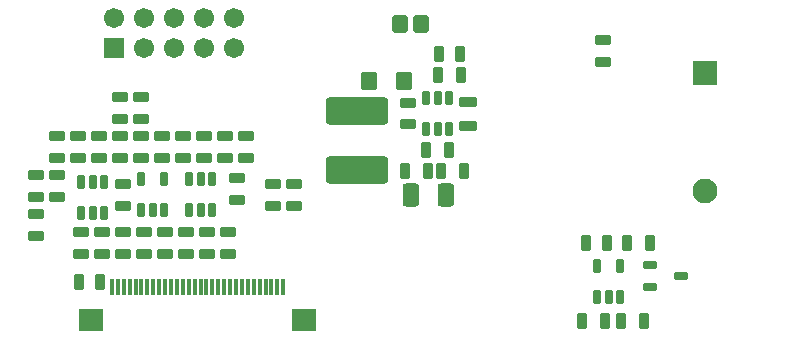
<source format=gts>
G04*
G04 #@! TF.GenerationSoftware,Altium Limited,Altium Designer,20.1.7 (139)*
G04*
G04 Layer_Color=8388736*
%FSLAX25Y25*%
%MOIN*%
G70*
G04*
G04 #@! TF.SameCoordinates,05879739-44A9-4934-95FB-35F445BD12AF*
G04*
G04*
G04 #@! TF.FilePolarity,Negative*
G04*
G01*
G75*
%ADD10R,0.08274X0.07487*%
%ADD11R,0.01581X0.05518*%
G04:AMPARAMS|DCode=12|XSize=27.62mil|YSize=47.31mil|CornerRadius=4.36mil|HoleSize=0mil|Usage=FLASHONLY|Rotation=180.000|XOffset=0mil|YOffset=0mil|HoleType=Round|Shape=RoundedRectangle|*
%AMROUNDEDRECTD12*
21,1,0.02762,0.03858,0,0,180.0*
21,1,0.01890,0.04731,0,0,180.0*
1,1,0.00872,-0.00945,0.01929*
1,1,0.00872,0.00945,0.01929*
1,1,0.00872,0.00945,-0.01929*
1,1,0.00872,-0.00945,-0.01929*
%
%ADD12ROUNDEDRECTD12*%
G04:AMPARAMS|DCode=13|XSize=53.21mil|YSize=31.56mil|CornerRadius=4.76mil|HoleSize=0mil|Usage=FLASHONLY|Rotation=0.000|XOffset=0mil|YOffset=0mil|HoleType=Round|Shape=RoundedRectangle|*
%AMROUNDEDRECTD13*
21,1,0.05321,0.02205,0,0,0.0*
21,1,0.04370,0.03156,0,0,0.0*
1,1,0.00951,0.02185,-0.01102*
1,1,0.00951,-0.02185,-0.01102*
1,1,0.00951,-0.02185,0.01102*
1,1,0.00951,0.02185,0.01102*
%
%ADD13ROUNDEDRECTD13*%
G04:AMPARAMS|DCode=14|XSize=53.21mil|YSize=31.56mil|CornerRadius=4.76mil|HoleSize=0mil|Usage=FLASHONLY|Rotation=270.000|XOffset=0mil|YOffset=0mil|HoleType=Round|Shape=RoundedRectangle|*
%AMROUNDEDRECTD14*
21,1,0.05321,0.02205,0,0,270.0*
21,1,0.04370,0.03156,0,0,270.0*
1,1,0.00951,-0.01102,-0.02185*
1,1,0.00951,-0.01102,0.02185*
1,1,0.00951,0.01102,0.02185*
1,1,0.00951,0.01102,-0.02185*
%
%ADD14ROUNDEDRECTD14*%
G04:AMPARAMS|DCode=15|XSize=27.62mil|YSize=47.31mil|CornerRadius=7.91mil|HoleSize=0mil|Usage=FLASHONLY|Rotation=0.000|XOffset=0mil|YOffset=0mil|HoleType=Round|Shape=RoundedRectangle|*
%AMROUNDEDRECTD15*
21,1,0.02762,0.03150,0,0,0.0*
21,1,0.01181,0.04731,0,0,0.0*
1,1,0.01581,0.00591,-0.01575*
1,1,0.01581,-0.00591,-0.01575*
1,1,0.01581,-0.00591,0.01575*
1,1,0.01581,0.00591,0.01575*
%
%ADD15ROUNDEDRECTD15*%
G04:AMPARAMS|DCode=16|XSize=59.12mil|YSize=35.5mil|CornerRadius=5.15mil|HoleSize=0mil|Usage=FLASHONLY|Rotation=180.000|XOffset=0mil|YOffset=0mil|HoleType=Round|Shape=RoundedRectangle|*
%AMROUNDEDRECTD16*
21,1,0.05912,0.02520,0,0,180.0*
21,1,0.04882,0.03550,0,0,180.0*
1,1,0.01030,-0.02441,0.01260*
1,1,0.01030,0.02441,0.01260*
1,1,0.01030,0.02441,-0.01260*
1,1,0.01030,-0.02441,-0.01260*
%
%ADD16ROUNDEDRECTD16*%
G04:AMPARAMS|DCode=17|XSize=59.12mil|YSize=55.18mil|CornerRadius=7.12mil|HoleSize=0mil|Usage=FLASHONLY|Rotation=270.000|XOffset=0mil|YOffset=0mil|HoleType=Round|Shape=RoundedRectangle|*
%AMROUNDEDRECTD17*
21,1,0.05912,0.04095,0,0,270.0*
21,1,0.04488,0.05518,0,0,270.0*
1,1,0.01424,-0.02047,-0.02244*
1,1,0.01424,-0.02047,0.02244*
1,1,0.01424,0.02047,0.02244*
1,1,0.01424,0.02047,-0.02244*
%
%ADD17ROUNDEDRECTD17*%
G04:AMPARAMS|DCode=18|XSize=90.61mil|YSize=208.72mil|CornerRadius=10.66mil|HoleSize=0mil|Usage=FLASHONLY|Rotation=90.000|XOffset=0mil|YOffset=0mil|HoleType=Round|Shape=RoundedRectangle|*
%AMROUNDEDRECTD18*
21,1,0.09061,0.18740,0,0,90.0*
21,1,0.06929,0.20872,0,0,90.0*
1,1,0.02132,0.09370,0.03465*
1,1,0.02132,0.09370,-0.03465*
1,1,0.02132,-0.09370,-0.03465*
1,1,0.02132,-0.09370,0.03465*
%
%ADD18ROUNDEDRECTD18*%
G04:AMPARAMS|DCode=19|XSize=76.84mil|YSize=55.18mil|CornerRadius=9.68mil|HoleSize=0mil|Usage=FLASHONLY|Rotation=270.000|XOffset=0mil|YOffset=0mil|HoleType=Round|Shape=RoundedRectangle|*
%AMROUNDEDRECTD19*
21,1,0.07684,0.03583,0,0,270.0*
21,1,0.05748,0.05518,0,0,270.0*
1,1,0.01935,-0.01791,-0.02874*
1,1,0.01935,-0.01791,0.02874*
1,1,0.01935,0.01791,0.02874*
1,1,0.01935,0.01791,-0.02874*
%
%ADD19ROUNDEDRECTD19*%
G04:AMPARAMS|DCode=20|XSize=53.21mil|YSize=35.5mil|CornerRadius=5.15mil|HoleSize=0mil|Usage=FLASHONLY|Rotation=90.000|XOffset=0mil|YOffset=0mil|HoleType=Round|Shape=RoundedRectangle|*
%AMROUNDEDRECTD20*
21,1,0.05321,0.02520,0,0,90.0*
21,1,0.04291,0.03550,0,0,90.0*
1,1,0.01030,0.01260,0.02146*
1,1,0.01030,0.01260,-0.02146*
1,1,0.01030,-0.01260,-0.02146*
1,1,0.01030,-0.01260,0.02146*
%
%ADD20ROUNDEDRECTD20*%
G04:AMPARAMS|DCode=21|XSize=61.09mil|YSize=53.21mil|CornerRadius=11.84mil|HoleSize=0mil|Usage=FLASHONLY|Rotation=90.000|XOffset=0mil|YOffset=0mil|HoleType=Round|Shape=RoundedRectangle|*
%AMROUNDEDRECTD21*
21,1,0.06109,0.02953,0,0,90.0*
21,1,0.03740,0.05321,0,0,90.0*
1,1,0.02368,0.01476,0.01870*
1,1,0.02368,0.01476,-0.01870*
1,1,0.02368,-0.01476,-0.01870*
1,1,0.02368,-0.01476,0.01870*
%
%ADD21ROUNDEDRECTD21*%
G04:AMPARAMS|DCode=22|XSize=27.62mil|YSize=47.31mil|CornerRadius=4.36mil|HoleSize=0mil|Usage=FLASHONLY|Rotation=90.000|XOffset=0mil|YOffset=0mil|HoleType=Round|Shape=RoundedRectangle|*
%AMROUNDEDRECTD22*
21,1,0.02762,0.03858,0,0,90.0*
21,1,0.01890,0.04731,0,0,90.0*
1,1,0.00872,0.01929,0.00945*
1,1,0.00872,0.01929,-0.00945*
1,1,0.00872,-0.01929,-0.00945*
1,1,0.00872,-0.01929,0.00945*
%
%ADD22ROUNDEDRECTD22*%
G04:AMPARAMS|DCode=23|XSize=53.21mil|YSize=35.5mil|CornerRadius=5.15mil|HoleSize=0mil|Usage=FLASHONLY|Rotation=180.000|XOffset=0mil|YOffset=0mil|HoleType=Round|Shape=RoundedRectangle|*
%AMROUNDEDRECTD23*
21,1,0.05321,0.02520,0,0,180.0*
21,1,0.04291,0.03550,0,0,180.0*
1,1,0.01030,-0.02146,0.01260*
1,1,0.01030,0.02146,0.01260*
1,1,0.01030,0.02146,-0.01260*
1,1,0.01030,-0.02146,-0.01260*
%
%ADD23ROUNDEDRECTD23*%
%ADD24C,0.08274*%
G04:AMPARAMS|DCode=25|XSize=82.74mil|YSize=82.74mil|CornerRadius=9.87mil|HoleSize=0mil|Usage=FLASHONLY|Rotation=270.000|XOffset=0mil|YOffset=0mil|HoleType=Round|Shape=RoundedRectangle|*
%AMROUNDEDRECTD25*
21,1,0.08274,0.06299,0,0,270.0*
21,1,0.06299,0.08274,0,0,270.0*
1,1,0.01975,-0.03150,-0.03150*
1,1,0.01975,-0.03150,0.03150*
1,1,0.01975,0.03150,0.03150*
1,1,0.01975,0.03150,-0.03150*
%
%ADD25ROUNDEDRECTD25*%
%ADD26R,0.06699X0.06699*%
%ADD27C,0.06699*%
%ADD28C,0.00400*%
D10*
X110630Y14362D02*
D03*
X39370D02*
D03*
D11*
X89764Y25189D02*
D03*
X87795D02*
D03*
X85827D02*
D03*
X83858D02*
D03*
X75984D02*
D03*
X74016D02*
D03*
X72047D02*
D03*
X70079D02*
D03*
X68110D02*
D03*
X66142D02*
D03*
X64173D02*
D03*
X58268D02*
D03*
X56299D02*
D03*
X54331D02*
D03*
X52362D02*
D03*
X50394D02*
D03*
X48425D02*
D03*
X46457D02*
D03*
X60236D02*
D03*
X62205D02*
D03*
X77953D02*
D03*
X79921D02*
D03*
X81890D02*
D03*
X91732D02*
D03*
X93701D02*
D03*
X95669D02*
D03*
X97638D02*
D03*
X99606D02*
D03*
X101575D02*
D03*
X103543D02*
D03*
D12*
X208260Y32118D02*
D03*
X215740D02*
D03*
Y21882D02*
D03*
X212000D02*
D03*
X208260D02*
D03*
X56260Y61118D02*
D03*
X63740D02*
D03*
Y50882D02*
D03*
X60000D02*
D03*
X56260D02*
D03*
D13*
X107000Y59740D02*
D03*
Y52260D02*
D03*
X100000Y59740D02*
D03*
Y52260D02*
D03*
X210000Y107740D02*
D03*
Y100260D02*
D03*
X56000Y88709D02*
D03*
Y81228D02*
D03*
X88000Y54260D02*
D03*
Y61740D02*
D03*
X63000Y75709D02*
D03*
Y68228D02*
D03*
X56000Y75709D02*
D03*
Y68228D02*
D03*
X21000Y42260D02*
D03*
Y49740D02*
D03*
X64000Y43740D02*
D03*
Y36260D02*
D03*
X21000Y62740D02*
D03*
Y55260D02*
D03*
X42000Y75709D02*
D03*
Y68228D02*
D03*
X49000Y75709D02*
D03*
Y68228D02*
D03*
X78000Y43740D02*
D03*
Y36260D02*
D03*
X84000Y75709D02*
D03*
Y68228D02*
D03*
X91000Y68228D02*
D03*
Y75709D02*
D03*
X36000Y43740D02*
D03*
Y36260D02*
D03*
X35000Y75709D02*
D03*
Y68228D02*
D03*
X50000Y43740D02*
D03*
Y36260D02*
D03*
X70000Y75709D02*
D03*
Y68228D02*
D03*
X71000Y43740D02*
D03*
Y36260D02*
D03*
X28000Y68228D02*
D03*
Y75709D02*
D03*
X43000Y36260D02*
D03*
Y43740D02*
D03*
X57000Y36260D02*
D03*
Y43740D02*
D03*
X50000Y52260D02*
D03*
Y59740D02*
D03*
X28000Y55260D02*
D03*
Y62740D02*
D03*
X77000Y68228D02*
D03*
Y75709D02*
D03*
X49000Y88709D02*
D03*
Y81228D02*
D03*
X85000Y43740D02*
D03*
Y36260D02*
D03*
D14*
X210740Y14000D02*
D03*
X203260D02*
D03*
X155260Y96000D02*
D03*
X162740D02*
D03*
X163740Y64000D02*
D03*
X156260D02*
D03*
X151260Y71000D02*
D03*
X158740D02*
D03*
X216260Y14000D02*
D03*
X223740D02*
D03*
X218260Y40000D02*
D03*
X225740D02*
D03*
X151740Y64000D02*
D03*
X144260D02*
D03*
D15*
X43740Y60118D02*
D03*
Y49882D02*
D03*
X79740Y61118D02*
D03*
X72260D02*
D03*
Y50882D02*
D03*
X79740D02*
D03*
X40000Y49882D02*
D03*
X36260D02*
D03*
Y60118D02*
D03*
X40000D02*
D03*
X151260Y88118D02*
D03*
X155000D02*
D03*
X158740D02*
D03*
Y77882D02*
D03*
X155000D02*
D03*
X151260D02*
D03*
X76000Y50882D02*
D03*
Y61118D02*
D03*
D16*
X165000Y79063D02*
D03*
Y86937D02*
D03*
D17*
X132095Y94000D02*
D03*
X143905D02*
D03*
D18*
X128000Y83842D02*
D03*
Y64157D02*
D03*
D19*
X146291Y56000D02*
D03*
X157709D02*
D03*
D20*
X35457Y27000D02*
D03*
X42543D02*
D03*
X162543Y103000D02*
D03*
X155457D02*
D03*
X204457Y40000D02*
D03*
X211543D02*
D03*
D21*
X142555Y113000D02*
D03*
X149445D02*
D03*
D22*
X225882Y32740D02*
D03*
Y25260D02*
D03*
X236118Y29000D02*
D03*
D23*
X145000Y79457D02*
D03*
Y86543D02*
D03*
D24*
X244000Y57315D02*
D03*
D25*
Y96685D02*
D03*
D26*
X47000Y105000D02*
D03*
D27*
Y115000D02*
D03*
X57000Y105000D02*
D03*
Y115000D02*
D03*
X67000Y105000D02*
D03*
Y115000D02*
D03*
X77000Y105000D02*
D03*
Y115000D02*
D03*
X87000Y105000D02*
D03*
Y115000D02*
D03*
D28*
X271654Y15748D02*
D03*
X15748D02*
D03*
M02*

</source>
